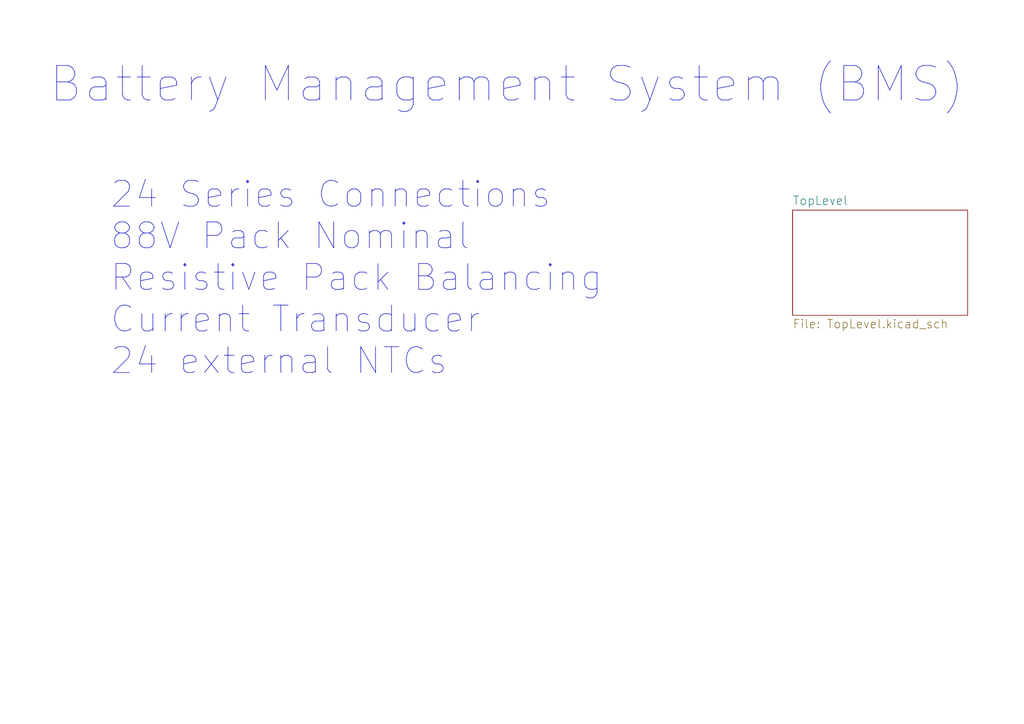
<source format=kicad_sch>
(kicad_sch (version 20211123) (generator eeschema)
  (paper "A4")
  (lib_symbols)
  (text "24 Series Connections\n88V Pack Nominal\nResistive Pack Balancing\nCurrent Transducer\n24 external NTCs" (at 31.75 109.22 0) (effects (font (size 7.493 7.493)) (justify left bottom)))
  (text "Battery Management System (BMS)" (at 13.97 30.48 0) (effects (font (size 10.0076 10.0076)) (justify left bottom)))
  (sheet (at 229.87 60.96) (size 50.8 30.48)
    (property "Sheet name" "TopLevel" (at 229.87 59.6388 0) (effects (font (size 2.4892 2.4892)) (justify left bottom)))
    (property "Sheet file" "TopLevel.kicad_sch" (at 229.87 92.5123 0) (effects (font (size 2.4892 2.4892)) (justify left top)))
  )
)
</source>
